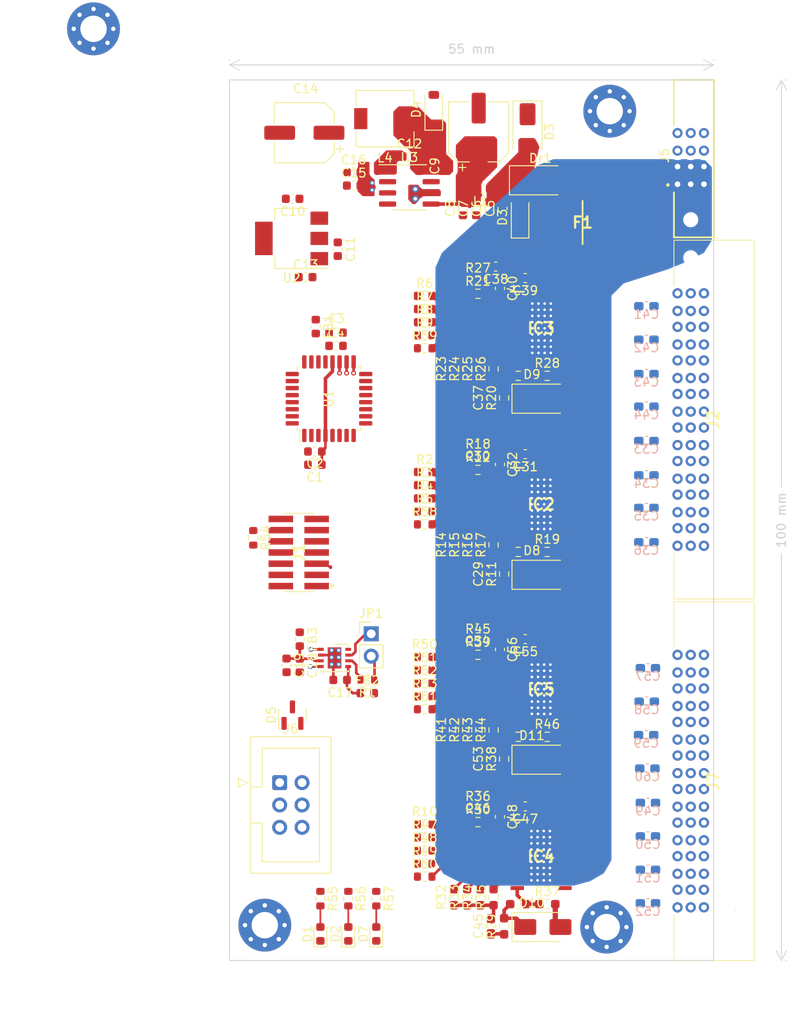
<source format=kicad_pcb>
(kicad_pcb (version 20221018) (generator pcbnew)
  (title_block (rev "${REVISION}") (company "Author:") (comment 1 "Reviewer:"))
  (layers (0 "F.Cu" signal) (1 "In1.Cu" signal) (2 "In2.Cu" signal) (31 "B.Cu" signal) (34 "B.Paste" user) (35 "F.Paste" user) (36 "B.SilkS" user "B.Silkscreen") (37 "F.SilkS" user "F.Silkscreen") (38 "B.Mask" user) (39 "F.Mask" user) (44 "Edge.Cuts" user))
  (property "REVISION" "1.0")
  (net 0 "")
  (net 1 "GND")
  (net 2 "+3.3V")
  (net 3 "/power/SW_L")
  (net 4 "+5V")
  (net 5 "Net-(U5-VIO)")
  (net 6 "/CAN/CAN_VDD")
  (net 7 "/FUSE1_IS")
  (net 8 "CAN_L")
  (net 9 "CAN_H")
  (net 10 "Net-(IC2-GND_1)")
  (net 11 "Net-(IC2-VDD)")
  (net 12 "OUT1_0")
  (net 13 "OUT1_1")
  (net 14 "/battery connection/IC_1/IN0")
  (net 15 "/battery connection/IC_1/IN1")
  (net 16 "/battery connection/IC_1/IN2")
  (net 17 "OUT1_2")
  (net 18 "Net-(IC2-IS)")
  (net 19 "OUT1_3")
  (net 20 "/FUSE2_IS")
  (net 21 "Net-(IC3-GND_1)")
  (net 22 "OUT2_0")
  (net 23 "+BATT")
  (net 24 "OUT2_1")
  (net 25 "Net-(IC3-VDD)")
  (net 26 "OUT2_2")
  (net 27 "/battery connection/IC_2/IN0")
  (net 28 "/battery connection/IC_2/IN1")
  (net 29 "/battery connection/IC_2/IN2")
  (net 30 "OUT2_3")
  (net 31 "Net-(IC3-IS)")
  (net 32 "/FUSE3_IS")
  (net 33 "Net-(IC4-GND_1)")
  (net 34 "OUT3_0")
  (net 35 "OUT3_1")
  (net 36 "OUT3_2")
  (net 37 "Net-(IC4-VDD)")
  (net 38 "OUT3_3")
  (net 39 "/battery connection/IC_3/IN0")
  (net 40 "/battery connection/IC_3/IN1")
  (net 41 "/battery connection/IC_3/IN2")
  (net 42 "/FUSE4_IS")
  (net 43 "Net-(IC4-IS)")
  (net 44 "Net-(IC5-GND_1)")
  (net 45 "OUT4_0")
  (net 46 "OUT4_1")
  (net 47 "OUT4_2")
  (net 48 "OUT4_3")
  (net 49 "Net-(IC5-VDD)")
  (net 50 "/LED1")
  (net 51 "/battery connection/IC_4/IN0")
  (net 52 "/battery connection/IC_4/IN1")
  (net 53 "/battery connection/IC_4/IN2")
  (net 54 "Net-(D1-A)")
  (net 55 "Net-(IC5-IS)")
  (net 56 "/LED2")
  (net 57 "Net-(D2-A)")
  (net 58 "/LED3")
  (net 59 "Net-(D7-A)")
  (net 60 "Net-(JP1-B)")
  (net 64 "/power/VIN")
  (net 65 "Net-(IC2-SO)")
  (net 66 "Net-(IC2-SI)")
  (net 67 "Net-(IC2-SCLK)")
  (net 68 "Net-(IC2-CSN)")
  (net 69 "Net-(IC2-LHI)")
  (net 70 "Net-(IC3-SO)")
  (net 71 "Net-(IC3-SI)")
  (net 72 "Net-(IC3-SCLK)")
  (net 73 "Net-(IC3-CSN)")
  (net 74 "Net-(IC3-LHI)")
  (net 75 "Net-(IC4-SO)")
  (net 76 "Net-(IC4-SI)")
  (net 78 "Net-(IC4-SCLK)")
  (net 79 "Net-(IC4-CSN)")
  (net 80 "Net-(IC4-LHI)")
  (net 81 "Net-(IC5-SO)")
  (net 82 "/CAN_RXD")
  (net 83 "/CAN_TXD")
  (net 84 "ASMS")
  (net 85 "/LHI_1")
  (net 86 "Net-(IC5-SI)")
  (net 87 "Net-(IC5-SCLK)")
  (net 91 "/power/VIN_SW_REG")
  (net 92 "/power/VIN_L")
  (net 93 "Net-(IC5-CSN)")
  (net 94 "Net-(IC5-LHI)")
  (net 95 "/battery connection/IC_1/MISO")
  (net 96 "/SPI1_MOSI")
  (net 97 "/SPI1_SCK")
  (net 98 "/SPI1_NSS")
  (net 99 "/battery connection/IC_2/MISO")
  (net 100 "/battery connection/IC_3/MISO")
  (net 101 "/SPI1_MISO")
  (net 102 "/NRST")
  (net 103 "+3V3")
  (net 104 "/LHI_2")
  (net 105 "Net-(D8-K)")
  (net 106 "Net-(D9-K)")
  (net 107 "Net-(D10-K)")
  (net 108 "Net-(D11-K)")
  (net 109 "/battery connection/IC_1/IN3")
  (net 110 "/battery connection/IC_2/IN3")
  (net 111 "/battery connection/IC_3/IN3")
  (net 112 "/battery connection/IC_4/IN3")
  (net 113 "/SWDIO")
  (net 114 "/SWCLK")
  (net 115 "/USART1_TX")
  (net 116 "/USART1_RX")
  (net 117 "/LHI_3")
  (net 118 "/LHI_4")
  (net 124 "/power/CB")
  (net 125 "/STM_VCC")
  (footprint "Capacitor_SMD:C_0603_1608Metric" (layer "F.Cu") (at 153.02 74.6 90)
    (fp_text reference "C7")
    (fp_text value "100n")
  )
  (footprint "Package_TO_SOT_SMD:SOT-223-3_TabPin2" (layer "F.Cu") (at 132.05 78 180)
    (fp_text reference "U2")
    (fp_text value "LD1117S33TR_SOT223")
  )
  (footprint "Resistor_SMD:R_0603_1608Metric" (layer "F.Cu") (at 147.175 150.475)
    (fp_text reference "R60")
    (fp_text value "4.7k")
  )
  (footprint "Resistor_SMD:R_0603_1608Metric" (layer "F.Cu") (at 138.5 152.975 -90)
    (fp_text reference "R56")
    (fp_text value "330")
  )
  (footprint "Resistor_SMD:R_0603_1608Metric" (layer "F.Cu") (at 127.7 112 -90)
    (fp_text reference "R54")
    (fp_text value "100k")
  )
  (footprint "Diode_SMD:D_SMA" (layer "F.Cu") (at 158.86 65.9 -90)
    (fp_text reference "D3")
    (fp_text value "PESD24VF1BLYL")
  )
  (footprint "Resistor_SMD:R_0603_1608Metric_Pad0.98x0.95mm_HandSolder" (layer "F.Cu") (at 155 112.8125 90)
    (fp_text reference "R17")
    (fp_text value "10k")
  )
  (footprint "Resistor_SMD:R_0603_1608Metric" (layer "F.Cu") (at 147.175 146.025)
    (fp_text reference "R47")
    (fp_text value "1.2k")
  )
  (footprint "Capacitor_SMD:C_0603_1608Metric_Pad1.08x0.95mm_HandSolder" (layer "F.Cu") (at 154.7 116.1125 90)
    (fp_text reference "C29")
    (fp_text value "220p")
  )
  (footprint "Resistor_SMD:R_0603_1608Metric_Pad0.98x0.95mm_HandSolder" (layer "F.Cu") (at 157.8 153.6)
    (fp_text reference "R31" hide)
    (fp_text value "4.7k")
  )
  (footprint "Capacitor_SMD:C_0603_1608Metric" (layer "F.Cu") (at 133.65 82.4)
    (fp_text reference "C13")
    (fp_text value "100n")
  )
  (footprint "Capacitor_SMD:C_0603_1608Metric_Pad1.08x0.95mm_HandSolder" (layer "F.Cu") (at 158.6 102.5 180)
    (fp_text reference "C31")
    (fp_text value "22n")
  )
  (footprint "Diode_SMD:D_SMA" (layer "F.Cu") (at 160.6 137.2)
    (fp_text reference "D11")
    (fp_text value "D_Schottky")
  )
  (footprint "Resistor_SMD:R_0603_1608Metric_Pad0.98x0.95mm_HandSolder" (layer "F.Cu") (at 161.1 113.6)
    (fp_text reference "R19")
    (fp_text value "1.2k")
  )
  (footprint "Package_SO:SOIC-8_3.9x4.9mm_P1.27mm" (layer "F.Cu") (at 145.435 72.195)
    (fp_text reference "U3")
    (fp_text value "LM2675M-5.0/NOPB")
  )
  (footprint "Resistor_SMD:R_0603_1608Metric_Pad0.98x0.95mm_HandSolder" (layer "F.Cu") (at 152 152.8125 90)
    (fp_text reference "R33")
    (fp_text value "10k")
  )
  (footprint "Capacitor_SMD:C_0603_1608Metric_Pad1.08x0.95mm_HandSolder" (layer "F.Cu") (at 155.725 124.675 -90)
    (fp_text reference "C56")
    (fp_text value "470n")
  )
  (footprint "Resistor_SMD:R_0603_1608Metric_Pad0.98x0.95mm_HandSolder" (layer "F.Cu") (at 150.5 152.8125 90)
    (fp_text reference "R32")
    (fp_text value "10k")
  )
  (footprint "Resistor_SMD:R_0603_1608Metric" (layer "F.Cu") (at 141.675 152.975 -90)
    (fp_text reference "R57")
    (fp_text value "330")
  )
  (footprint "Resistor_SMD:R_0603_1608Metric" (layer "F.Cu") (at 147.175 125.525)
    (fp_text reference "R50")
    (fp_text value "1.2k")
  )
  (footprint "proper_8pin:UPT080101LRA" (layer "F.Cu") (at 178.9 153.965 90)
    (fp_text reference "J7")
    (fp_text value "UPT-08-01-01-L-RA" hide)
  )
  (footprint "Package_QFP:LQFP-32_7x7mm_P0.8mm" (layer "F.Cu") (at 136.3 96.2 90)
    (fp_text reference "U1")
    (fp_text value "STM32G0C1KCTxN")
  )
  (footprint "Inductor_SMD:L_6.3x6.3_H3" (layer "F.Cu") (at 142.66 64.4 180)
    (fp_text reference "L4")
    (fp_text value "47u")
  )
  (footprint "Inductor_SMD:L_0603_1608Metric" (layer "F.Cu") (at 153.77 72.35 180)
    (fp_text reference "L1")
    (fp_text value "300n")
  )
  (footprint "Resistor_SMD:R_0603_1608Metric_Pad0.98x0.95mm_HandSolder" (layer "F.Cu") (at 152 92.8125 90)
    (fp_text reference "R24")
    (fp_text value "10k")
  )
  (footprint "Resistor_SMD:R_0603_1608Metric" (layer "F.Cu") (at 135.325 152.975 -90)
    (fp_text reference "R55")
    (fp_text value "330")
  )
  (footprint "Resistor_SMD:R_0603_1608Metric_Pad0.98x0.95mm_HandSolder" (layer "F.Cu") (at 152 112.8125 90)
    (fp_text reference "R15")
    (fp_text value "10k")
  )
  (footprint "Resistor_SMD:R_0603_1608Metric" (layer "F.Cu") (at 147.175 109.0125)
    (fp_text reference "R5")
    (fp_text value "1.2k")
  )
  (footprint "Capacitor_SMD:C_0603_1608Metric_Pad1.08x0.95mm_HandSolder" (layer "F.Cu") (at 154.7 137.1125 90)
    (fp_text reference "C53")
    (fp_text value "220p")
  )
  (footprint "Capacitor_SMD:C_0603_1608Metric" (layer "F.Cu") (at 137.3 79.225 -90)
    (fp_text reference "C11")
    (fp_text value "1u")
  )
  (footprint "Diode_SMD:D_SOD-123" (layer "F.Cu") (at 158.01 75.6 90)
    (fp_text reference "D3")
    (fp_text value "D_Schottky_Small")
  )
  (footprint "Resistor_SMD:R_0603_1608Metric_Pad0.98x0.95mm_HandSolder" (layer "F.Cu") (at 156.2 116.1125 90)
    (fp_text reference "R11")
    (fp_text value "4.7k")
  )
  (footprint "Resistor_SMD:R_0603_1608Metric" (layer "F.Cu") (at 147.175 144.525)
    (fp_text reference "R10")
    (fp_text value "1.2k")
  )
  (footprint "Capacitor_SMD:C_0603_1608Metric" (layer "F.Cu") (at 132.175 73.5 180)
    (fp_text reference "C10")
    (fp_text value "100n")
  )
  (footprint "Resistor_SMD:R_0603_1608Metric" (layer "F.Cu") (at 147.175 130.0125)
    (fp_text reference "R53")
    (fp_text value "1.2k")
  )
  (footprint "Capacitor_SMD:C_0603_1608Metric" (layer "F.Cu") (at 137.57 128.1425 180)
    (fp_text reference "C17")
    (fp_text value "100n")
  )
  (footprint "Capacitor_SMD:C_0603_1608Metric_Pad1.08x0.95mm_HandSolder" (layer "F.Cu") (at 155.2375 81.2 180)
    (fp_text reference "C38")
    (fp_text value "100n")
  )
  (footprint "Resistor_SMD:R_0603_1608Metric" (layer "F.Cu") (at 147.175 90.475)
    (fp_text reference "R59")
    (fp_text value "4.7k")
  )
  (footprint "Resistor_SMD:R_0603_1608Metric" (layer "F.Cu") (at 147.175 107.525)
    (fp_text reference "R4")
    (fp_text value "1.2k")
  )
  (footprint "Resistor_SMD:R_0603_1608Metric_Pad0.98x0.95mm_HandSolder" (layer "F.Cu") (at 156.2 96.1125 90)
    (fp_text reference "R20")
    (fp_text value "4.7k")
  )
  (footprint "Capacitor_SMD:CP_Elec_6.3x5.4" (layer "F.Cu") (at 133.5 66 180)
    (fp_text reference "C14")
    (fp_text value "68u")
  )
  (footprint "Resistor_SMD:R_0603_1608Metric_Pad0.98x0.95mm_HandSolder" (layer "F.Cu") (at 156.2 156.1125 90)
    (fp_text reference "R29")
    (fp_text value "4.7k")
  )
  (footprint "Capacitor_SMD:C_0603_1608Metric_Pad1.08x0.95mm_HandSolder" (layer "F.Cu") (at 154.7 96.1125 90)
    (fp_text reference "C37")
    (fp_text value "220p")
  )
  (footprint "Capacitor_SMD:C_0603_1608Metric_Pad1.08x0.95mm_HandSolder" (layer "F.Cu") (at 155.725 83.675 -90)
    (fp_text reference "C40")
    (fp_text value "470n")
  )
  (footprint "MountingHole:MountingHole_3mm_Pad_Via" (layer "F.Cu") (at 168.2 63.55)
    (fp_text reference "REF**" hide)
    (fp_text value "MountingHole_3mm_Pad_Via")
  )
  (footprint "Resistor_SMD:R_0603_1608Metric_Pad0.98x0.95mm_HandSolder" (layer "F.Cu") (at 152 133.8125 90)
    (fp_text reference "R42")
    (fp_text value "10k")
  )
  (footprint "Capacitor_SMD:C_0603_1608Metric" (layer "F.Cu") (at 156.02 74.6 90)
    (fp_text reference "C5")
    (fp_text value "1u")
  )
  (footprint "2pin:SAMTEC_UPT-02-01-01-X-RA" (layer "F.Cu") (at 177.4 68.94 90)
    (fp_text reference "J5")
    (fp_text value "UPT-02-01-01-X-RA")
  )
  (footprint "Capacitor_SMD:C_0603_1608Metric" (layer "F.Cu") (at 154.52 74.6 90)
    (fp_text reference "C6")
    (fp_text value "10u")
  )
  (footprint "Inductor_SMD:L_0603_1608Metric" (layer "F.Cu") (at 134.7 103.7 180)
    (fp_text reference "C1")
    (fp_text value "100n")
  )
  (footprint "Resistor_SMD:R_0603_1608Metric_Pad0.98x0.95mm_HandSolder" (layer "F.Cu") (at 156.2 137.1125 90)
    (fp_text reference "R38")
    (fp_text value "4.7k")
  )
  (footprint "Resistor_SMD:R_0603_1608Metric_Pad0.98x0.95mm_HandSolder" (layer "F.Cu") (at 150.5 133.8125 90)
    (fp_text reference "R41")
    (fp_text value "10k")
  )
  (footprint "Resistor_SMD:R_0603_1608Metric_Pad0.98x0.95mm_HandSolder" (layer "F.Cu") (at 161.1 93.6)
    (fp_text reference "R28")
    (fp_text value "1.2k")
  )
  (footprint "Resistor_SMD:R_0603_1608Metric_Pad0.98x0.95mm_HandSolder" (layer "F.Cu") (at 153.5 152.8125 90)
    (fp_text reference "R34")
    (fp_text value "10k")
  )
  (footprint "Resistor_SMD:R_0603_1608Metric" (layer "F.Cu") (at 140.65 128.09 180)
    (fp_text reference "R1")
    (fp_text value "120")
  )
  (footprint "Samacsys:SOP65P600X115-25N" (layer "F.Cu") (at 160.4 148.2)
    (fp_text reference "IC4")
    (fp_text value "BTS722204ESAXUMA1" hide)
  )
  (footprint "Capacitor_SMD:C_0603_1608Metric" (layer "F.Cu") (at 132.9825 126.51125 -90)
    (fp_text reference "C18")
    (fp_text value "10uF")
  )
  (footprint "FTSH-107-01-L-DV-K-A:FTSH-107-XX-YYY-DV-K-A" (layer "F.Cu") (at 132.865 113.67 90)
    (fp_text reference "J1")
    (fp_text value "FTSH-107-01-L-DV-K-A" hide)
  )
  (footprint "Diode_SMD:D_SMA" (layer "F.Cu") (at 160.6 116.2)
    (fp_text reference "D8")
    (fp_text value "D_Schottky")
  )
  (footprint "Package_TO_SOT_SMD:SOT-23" (layer "F.Cu") (at 132.15 132.1375 90)
    (fp_text reference "D5")
    (fp_text value "PESD2CAN.215")
  )
  (footprint "Resistor_SMD:R_0603_1608Metric_Pad0.98x0.95mm_HandSolder" (layer "F.Cu") (at 161.1 153.6)
    (fp_text reference "R37")
    (fp_text value "1.2k")
  )
  (footprint "Inductor_SMD:L_0603_1608Metric" (layer "F.Cu") (at 137.1 90.2)
    (fp_text reference "C4")
    (fp_text value "4.7u")
  )
  (footprint "Capacitor_SMD:C_0603_1608Metric_Pad1.08x0.95mm_HandSolder" (layer "F.Cu") (at 155.725 103.675 -90)
    (fp_text reference "C32")
    (fp_text value "470n")
  )
  (footprint "Diode_SMD:D_SMA" (layer "F.Cu") (at 160.31 71.4)
    (fp_text reference "Dr1")
    (fp_text value "SS34ALH")
  )
  (footprint "Resistor_SMD:R_0603_1608Metric" (layer "F.Cu") (at 147.175 87.525)
    (fp_text reference "R8")
    (fp_text value "1.2k")
  )
  (footprint "Samacsys:SOP65P600X115-25N" (layer "F.Cu") (at 160.4 88.2)
    (fp_text reference "IC3")
    (fp_text value "BTS722204ESAXUMA1" hide)
  )
  (footprint "Resistor_SMD:R_0603_1608Metric" (layer "F.Cu") (at 147.175 147.525)
    (fp_text reference "R48")
    (fp_text value "1.2k")
  )
  (footprint "LED_SMD:LED_0603_1608Metric" (layer "F.Cu") (at 135.325 156.985 90)
    (fp_text reference "D1")
    (fp_text value "LED")
  )
  (footprint "MountingHole:MountingHole_3mm_Pad_Via" (layer "F.Cu") (at 129.00901 155.99099)
    (fp_text reference "REF**" hide)
    (fp_text value "MountingHole_3mm_Pad_Via")
  )
  (footprint "Resistor_SMD:R_0603_1608Metric_Pad0.98x0.95mm_HandSolder" (layer "F.Cu") (at 153.225 82.7875)
    (fp_text reference "R27")
    (fp_text value "47")
  )
  (footprint "LED_SMD:LED_0603_1608Metric" (layer "F.Cu") (at 141.675 156.985 90)
    (fp_text reference "D7")
    (fp_text value "LED")
  )
  (footprint "Resistor_SMD:R_0603_1608Metric" (layer "F.Cu") (at 147.175 104.525)
    (fp_text reference "R2")
    (fp_text value "1.2k")
  )
  (footprint "Resistor_SMD:R_0603_1608Metric_Pad0.98x0.95mm_HandSolder" (layer "F.Cu") (at 157.8 93.6)
    (fp_text reference "R22" hide)
    (fp_text value "4.7k")
  )
  (footprint "Resistor_SMD:R_0603_1608Metric" (layer "F.Cu") (at 147.175 89.0125)
    (fp_text reference "R9")
    (fp_text value "1.2k")
  )
  (footprint "Capacitor_SMD:C_0603_1608Metric_Pad1.08x0.95mm_HandSolder" (layer "F.Cu") (at 155.725 143.675 -90)
    (fp_text reference "C48")
    (fp_text value "470n")
  )
  (footprint "Capacitor_SMD:C_0603_1608Metric_Pad1.08x0.95mm_HandSolder" (layer "F.Cu") (at 158.6 82.5 180)
    (fp_text reference "C39")
    (fp_text value "22n")
  )
  (footprint "Diode_SMD:D_SMA" (layer "F.Cu") (at 160.6 96.2)
    (fp_text reference "D9")
    (fp_text value "D_Schottky")
  )
  (footprint "Resistor_SMD:R_0603_1608Metric_Pad0.98x0.95mm_HandSolder" (layer "F.Cu") (at 157.8 134.6)
    (fp_text reference "R40" hide)
    (fp_text value "4.7k")
  )
  (footprint "Inductor_SMD:L_0603_1608Metric" (layer "F.Cu") (at 137.1 88.7)
    (fp_text reference "C3")
    (fp_text value "100n")
  )
  (footprint "Resistor_SMD:R_0603_1608Metric_Pad0.98x0.95mm_HandSolder" (layer "F.Cu") (at 153.225 102.7875)
    (fp_text reference "R18")
    (fp_text value "47")
  )
  (footprint "Diode_SMD:D_SOD-123" (layer "F.Cu") (at 148.21 63.35 90)
    (fp_text reference "D4")
    (fp_text value "D_Schottky_Small")
  )
  (footprint "Capacitor_SMD:CP_Elec_6.3x7.7" (layer "F.Cu") (at 153.31 65.9 90)
    (fp_text reference "C9")
    (fp_text value "100u")
  )
  (footprint "Capacitor_SMD:C_0603_1608Metric_Pad1.08x0.95mm_HandSolder" (layer "F.Cu") (at 153.1625 122.2875 180)
    (fp_text reference "C54")
    (fp_text value "100n")
  )
  (footprint "Package_DFN_QFN:DFN-8-1EP_3x3mm_P0.65mm_EP1.55x2.4mm" (layer "F.Cu") (at 136.9325 125.6425)
    (fp_text reference "U5" hide)
    (fp_text value "MCP2542FDxMF")
  )
  (footprint "Resistor_SMD:R_0603_1608Metric_Pad0.98x0.95mm_HandSolder" (layer "F.Cu") (at 153.5 133.8125 90)
    (fp_text reference "R43")
    (fp_text value "10k")
  )
  (footprint "Resistor_SMD:R_0603_1608Metric" (layer "F.Cu") (at 147.175 110.475)
    (fp_text reference "R58")
    (fp_text value "4.7k")
  )
  (footprint "Connector_IDC:IDC-Header_2x03_P2.54mm_Vertical" (layer "F.Cu") (at 130.7 139.8)
    (fp_text reference "J6")
    (fp_text value "Conn_01x06")
  )
  (footprint "Inductor_SMD:L_0603_1608Metric" (layer "F.Cu") (at 134.8 88.0125 -90)
    (fp_text reference "FB1")
    (fp_text value "FerriteBead_Small")
  )
  (footprint "2920l:FUSC7451X125N" (layer "F.Cu") (at 165.11 76.2)
    (fp_text reference "F1")
    (fp_text value "2920L050_72DR" hide)
  )
  (footprint "Connector_PinHeader_2.54mm:PinHeader_1x02_P2.54mm_Vertical" (layer "F.Cu") (at 141.1 122.9)
    (fp_text reference "JP1")
    (fp_text value "Jumper_2_Bridged")
  )
  (footprint "Resistor_SMD:R_0603_1608Metric" (layer "F.Cu") (at 147.175 106.025)
    (fp_text reference "R3")
    (fp_text value "1.2k")
  )
  (footprint "MountingHole:MountingHole_3mm_Pad_Via" (layer "F.Cu") (at 109.55 54.2)
    (fp_text reference "REF**" hide)
    (fp_text value "MountingHole_3mm_Pad_Via")
  )
  (footprint "Resistor_SMD:R_0603_1608Metric_Pad0.98x0.95mm_HandSolder" (layer "F.Cu") (at 153.225 142.7875)
    (fp_text reference "R36")
    (fp_text value "47")
  )
  (footprint "Resistor_SMD:R_0603_1608Metric_Pad0.98x0.95mm_HandSolder" (layer "F.Cu") (at 155 152.8125 90)
    (fp_text reference "R35")
    (fp_text value "10k")
  )
  (footprint "Samacsys:SOP65P600X115-25N" (layer "F.Cu") (at 160.4 129.2)
    (fp_text reference "IC5")
    (fp_text value "BTS722204ESAXUMA1" hide)
  )
  (footprint "Capacitor_SMD:C_0603_1608Metric" (layer "F.Cu") (at 139.11 70.5)
    (fp_text reference "C16")
    (fp_text value "100n")
  )
  (footprint "Resistor_SMD:R_0603_1608Metric_Pad0.98x0.95mm_HandSolder" (layer "F.Cu") (at 157.8 113.6)
    (fp_text reference "R13" hide)
    (fp_text value "4.7k")
  )
  (footprint "Capacitor_SMD:C_0603_1608Metric" (layer "F.Cu") (at 131.4825 126.48625 -90)
    (fp_text reference "C19")
    (fp_text value "100n")
  )
  (footprint "Resistor_SMD:R_0603_1608Metric" (layer "F.Cu") (at 147.175 127.025)
    (fp_text reference "R51")
    (fp_text value "1.2k")
  )
  (footprint "Capacitor_SMD:C_0603_1608Metric_Pad1.08x0.95mm_HandSolder" (layer "F.Cu") (at 158.6 142.5 180)
    (fp_text reference "C47")
    (fp_text value "22n")
  )
  (footprint "Inductor_SMD:L_0603_1608Metric" (layer "F.Cu") (at 134.7 102.2 180)
    (fp_text reference "C2")
    (fp_text value "4.7u")
  )
  (footprint "Resistor_SMD:R_0603_1608Metric" (layer "F.Cu") (at 147.175 84.525)
    (fp_text reference "R6")
    (fp_text value "1.2k")
  )
  (footprint "Capacitor_SMD:C_0603_1608Metric" (layer "F.Cu") (at 151.52 74.6 90)
    (fp_text reference "C8")
    (fp_text value "100n")
  )
  (footprint "Capacitor_SMD:C_0603_1608Metric" (layer "F.Cu") (at 145.435 68.695)
    (fp_text reference "C12")
    (fp_text value "10n")
  )
  (footprint "Resistor_SMD:R_0603_1608Metric" (layer "F.Cu") (at 147.175 131.475)
    (fp_text reference "R61")
    (fp_text value "4.7k")
  )
  (footprint "Inductor_SMD:L_0603_1608Metric" (layer "F.Cu") (at 140.65 129.6425)
    (fp_text reference "FB2")
    (fp_text value "60R@100MHz" hide)
  )
  (footprint "Capacitor_SMD:C_0603_1608Metric_Pad1.08x0.95mm_HandSolder" (layer "F.Cu") (at 153.1875 101.2875 180)
    (fp_text reference "C30")
    (fp_text value "100n")
  )
  (footprint "Resistor_SMD:R_0603_1608Metric_Pad0.98x0.95mm_HandSolder" (layer "F.Cu") (at 155 92.8125 90)
    (fp_text reference "R26")
    (fp_text value "10k")
  )
  (footprint "Resistor_SMD:R_0603_1608Metric_Pad0.98x0.95mm_HandSolder" (layer "F.Cu") (at 153.225 123.7875)
    (fp_text reference "R45")
    (fp_text value "47")
  )
  (footprint "Resistor_SMD:R_0603_1608Metric" (layer "F.Cu") (at 147.175 128.525)
    (fp_text reference "R52")
    (fp_text value "1.2k")
  )
  (footprint "Capacitor_SMD:C_0603_1608Metric_Pad1.08x0.95mm_HandSolder" (layer "F.Cu") (at 158.6 123.5 180)
    (fp_text reference "C55")
    (fp_text value "22n")
  )
  (footprint "Resistor_SMD:R_0603_1608Metric_Pad0.98x0.95mm_HandSolder" (layer "F.Cu") (at 153.225 125.2875)
    (fp_text reference "R39")
    (fp_text value "470")
  )
  (footprint "Resistor_SMD:R_0603_1608Metric_Pad0.98x0.95mm_HandSolder" (layer "F.Cu") (at 150.5 112.8125 90)
    (fp_text reference "R14")
    (fp_text value "10k")
  )
  (footprint "Resistor_SMD:R_0603_1608Metric_Pad0.98x0.95mm_HandSolder" (layer "F.Cu") (at 153.5 112.8125 90)
    (fp_text reference "R16")
    (fp_text value "10k")
  )
  (footprint "Resistor_SMD:R_0603_1608Metric" (layer "F.Cu") (at 147.175 149.0125)
    (fp_text reference "R49")
    (fp_text value "1.2k")
  )
  (footprint "Resistor_SMD:R_0603_1608Metric_Pad0.98x0.95mm_HandSolder" (layer "F.Cu") (at 153.225 84.2875)
    (fp_text reference "R21")
    (fp_text value "470")
  )
  (footprint "Capacitor_SMD:C_0603_1608Metric_Pad1.08x0.95mm_HandSolder" (layer "F.Cu") (at 154.7 156.1125 90)
    (fp_text reference "C45")
    (fp_text value "220p")
  )
  (footprint "Capacitor_SMD:C_0603_1608Metric" (layer "F.Cu") (at 139.11 72)
    (fp_text reference "C15")
    (fp_text value "1u")
  )
  (footprint "LED_SMD:LED_0603_1608Metric" (layer "F.Cu") (at 138.5 156.985 90)
    (fp_text reference "D2")
    (fp_text value "LED")
  )
  (footprint "Resistor_SMD:R_0603_1608Metric" (layer "F.Cu") (at 147.175 86.025)
    (fp_text reference "R7")
    (fp_text value "1.2k")
  )
  (footprint "Resistor_SMD:R_0603_1608Metric_Pad0.98x0.95mm_HandSolder" (layer "F.Cu") (at 153.225 104.2875)
    (fp_text reference "R12")
    (fp_text value "470")
  )
  (footprint "Capacitor_SMD:C_0603_1608Metric_Pad1.08x0.95mm_HandSolder" (layer "F.Cu") (at 153.2 141.2875 180)
    (fp_text reference "C46")
    (fp_text value "100n")
  )
  (footprint "MountingHole:MountingHole_3mm_Pad_Via" (layer "F.Cu") (at 167.85 156.20901)
    (fp_text reference "REF**" hide)
    (fp_text value "MountingHole_3mm_Pad_Via")
  )
  (footprint "Diode_SMD:D_SMA" (layer "F.Cu") (at 160.6 156.2)
    (fp_text reference "D10")
    (fp_text value "D_Schottky")
  )
  (footprint "Resistor_SMD:R_0603_1608Metric_Pad0.98x0.95mm_HandSolder" (layer "F.Cu") (at 161.1 134.6)
    (fp_text reference "R46")
    (fp_text value "1.2k")
  )
  (footprint "Resistor_SMD:R_0603_1608Metric_Pad0.98x0.95mm_HandSolder" (layer "F.Cu") (at 150.5 92.8125 90)
    (fp_text reference "R23")
    (fp_text value "10k")
  )
  (footprint "Samacsys:SOP65P600X115-25N" (layer "F.Cu") (at 160.4 108.2)
    (fp_text reference "IC2")
    (fp_text value "BTS722204ESAXUMA1" hide)
  )
  (footprint "Resistor_SMD:R_0603_1608Metric_Pad0.98x0.95mm_HandSolder" (layer "F.Cu") (at 153.225 144.2875)
    (fp_text reference "R30")
    (fp_text value "470")
  )
  (footprint "Inductor_SMD:L_0603_1608Metric" (layer "F.Cu") (at 132.9825 123.51125 -90)
    (fp_text reference "FB3")
    (fp_text value "60R@100MHz" hide)
  )
  (footprint "proper_8pin:UPT080101LRA" (layer "F.Cu") (at 178.9 112.905 90)
    (fp_text reference "J2")
    (fp_text value "UPT-08-01-01-L-RA" hide)
  )
  (footprint "Resistor_SMD:R_0603_1608Metric_Pad0.98x0.95mm_HandSolder" (layer "F.Cu") (at 155 133.8125 90)
    (fp_text reference "R44")
    (fp_text value "10k")
  )
  (footprint "Resistor_SMD:R_0603_1608Metric_Pad0.98x0.95mm_HandSolder" (layer "F.Cu") (at 153.5 92.8125 90)
    (fp_text reference "R25")
    (fp_text value "10k")
  )
  (footprint "Capacitor_SMD:C_0603_1608Metric_Pad1.08x0.95mm_HandSolder" (layer "B.Cu") (at 172.3375 134.4)
    (fp_text reference "C59")
    (fp_text value "10n")
  )
  (footprint "Capacitor_SMD:C_0603_1608Metric_Pad1.08x0.95mm_HandSolder" (layer "B.Cu") (at 172.3625 93.4)
    (fp_text reference "C43")
    (fp_text value "10n")
  )
  (footprint "Capacitor_SMD:C_0603_1608Metric_Pad1.08x0.95mm_HandSolder" (layer "B.Cu") (at 172.5375 126.8)
    (fp_text reference "C57")
    (fp_text value "10n")
  )
  (footprint "Capacitor_SMD:C_0603_1608Metric_Pad1.08x0.95mm_HandSolder" (layer "B.Cu") (at 172.3625 85.7)
    (fp_text reference "C41")
    (fp_text value "10n")
  )
  (footprint "Capacitor_SMD:C_0603_1608Metric_Pad1.08x0.95mm_HandSolder" (layer "B.Cu") (at 172.5375 142.1)
    (fp_text reference "C49")
    (fp_text value "10n")
  )
  (footprint "Capacitor_SMD:C_0603_1608Metric_Pad1.08x0.95mm_HandSolder" (layer "B.Cu") (at 172.404166 130.6)
    (fp_text reference "C58")
    (fp_text value "10n")
  )
  (footprint "Capacitor_SMD:C_0603_1608Metric_Pad1.08x0.95mm_HandSolder" (layer "B.Cu") (at 172.3625 89.5)
    (fp_text reference "C42")
    (fp_text value "10n")
  )
  (footprint "Capacitor_SMD:C_0603_1608Metric_Pad1.08x0.95mm_HandSolder" (layer "B.Cu") (at 172.470832 138.2)
    (fp_text reference "C60")
    (fp_text value "10n")
  )
  (footprint "Capacitor_SMD:C_0603_1608Metric_Pad1.08x0.95mm_HandSolder" (layer "B.Cu") (at 172.5375 149.7)
    (fp_text reference "C51")
    (fp_text value "10n")
  )
  (footprint "Capacitor_SMD:C_0603_1608Metric_Pad1.08x0.95mm_HandSolder" (layer "B.Cu") (at 172.3625 97.1)
    (fp_text reference "C44")
    (fp_text value "10n")
  )
  (footprint "Capacitor_SMD:C_0603_1608Metric_Pad1.08x0.95mm_HandSolder" (layer "B.Cu") (at 172.3625 112.5)
    (fp_text reference "C36")
    (fp_text value "10n")
  )
  (footprint "Capacitor_SMD:C_0603_1608Metric_Pad1.08x0.95mm_HandSolder" (layer "B.Cu") (at 172.5375 153.5)
    (fp_text reference "C52")
    (fp_text value "10n")
  )
  (footprint "Capacitor_SMD:C_0603_1608Metric_Pad1.08x0.95mm_HandSolder" (layer "B.Cu") (at 172.5375 145.9)
    (fp_text reference "C50")
    (fp_text value "10n")
  )
  (footprint "Capacitor_SMD:C_0603_1608Metric_Pad1.08x0.95mm_HandSolder" (layer "B.Cu") (at 172.3625 101)
    (fp_text reference "C33")
    (fp_text value "10n")
  )
  (footprint "Capacitor_SMD:C_0603_1608Metric_Pad1.08x0.95mm_HandSolder" (layer "B.Cu") (at 172.3625 108.6)
    (fp_text reference "C35")
    (fp_text value "10n")
  )
  (footprint "Capacitor_SMD:C_0603_1608Metric_Pad1.08x0.95mm_HandSolder" (layer "B.Cu") (at 172.3625 104.9)
    (fp_text reference "C34")
    (fp_text value "10n")
  )
  (gr_rect (start 125 60) (end 180 160) (stroke (width 0.1)) (fill none) (layer "Edge.Cuts"))
  (dimension (type aligned) (layer "Edge.Cuts") (pts (xy 125 58.3) (xy 180 58.3)) (height 0) (gr_text "55 mm" (at 152.5 56.5) (layer "Edge.Cuts") (effects (font (size 1 1) (thickness 0.15)))) (format (prefix "") (suffix "") (units 3) (units_format 1) (precision 4) suppress_zeroes) (style (thickness 0.1) (arrow_length 1.27) (text_position_mode 2) (extension_height 0.58642) (extension_offset 0.5) keep_text_aligned))
  (dimension (type aligned) (layer "Edge.Cuts") (pts (xy 187.7 60) (xy 187.7 160)) (height 0) (gr_text "100 mm" (at 187.7 110 90) (layer "Edge.Cuts") (effects (font (size 1 1) (thickness 0.15)))) (format (prefix "") (suffix "") (units 3) (units_format 1) (precision 4) suppress_zeroes) (style (thickness 0.1) (arrow_length 1.27) (text_position_mode 1) (extension_height 0.58642) (extension_offset 0.5) keep_text_aligned))
  (segment (start 154.7 136.25) (end 154.7 135.025) (width 0.4) (layer "F.Cu") (net 1))
  (segment (start 162.0125 115.6125) (end 162.6 116.2) (width 0.6) (layer "F.Cu") (net 1))
  (segment (start 154.7 114.025) (end 155 113.725) (width 0.4) (layer "F.Cu") (net 1))
  (segment (start 162.0125 134.6) (end 162.0125 136.6125) (width 0.6) (layer "F.Cu") (net 1))
  (segment (start 154.7 115.25) (end 154.7 114.025) (width 0.4) (layer "F.Cu") (net 1))
  (segment (start 153.5 134.725) (end 155 134.725) (width 0.4) (layer "F.Cu") (net 1))
  (segment (start 155 153.725) (end 155 154.95) (width 0.4) (layer "F.Cu") (net 1))
  (segment (start 153.5 93.725) (end 155 93.725) (width 0.4) (layer "F.Cu") (net 1))
  (segment (start 152 93.725) (end 153.5 93.725) (width 0.4) (layer "F.Cu") (net 1))
  (segment (start 155 154.95) (end 154.7 155.25) (width 0.4) (layer "F.Cu") (net 1))
  (segment (start 152 134.725) (end 153.5 134.725) (width 0.4) (layer "F.Cu") (net 1))
  (segment (start 162.0125 153.6) (end 162.0125 155.6125) (width 0.6) (layer "F.Cu") (net 1))
  (segment (start 152 113.725) (end 153.5 113.725) (width 0.4) (layer "F.Cu") (net 1))
  (segment (start 136.4275 115.3) (end 136.4775 115.35) (width 0.4) (layer "F.Cu") (net 1))
  (segment (start 162.0125 95.6125) (end 162.6 96.2) (width 0.6) (layer "F.Cu") (net 1))
  (segment (start 153.5 153.725) (end 155 153.725) (width 0.4) (layer "F.Cu") (net 1))
  (segment (start 150.5 113.725) (end 152 113.725) (width 0.4) (layer "F.Cu") (net 1))
  (segment (start 162.0125 93.6) (end 162.0125 95.6125) (width 0.6) (layer "F.Cu") (net 1))
  (segment (start 154.7 135.025) (end 155 134.725) (width 0.4) (layer "F.Cu") (net 1))
  (segment (start 153.5 113.725) (end 155 113.725) (width 0.4) (layer "F.Cu") (net 1))
  (segment (start 152 153.725) (end 153.5 153.725) (width 0.4) (layer "F.Cu") (net 1))
  (segment (start 136.795 125.78) (end 136.9325 125.6425) (width 0.3) (layer "F.Cu") (net 1))
  (segment (start 154.7 94.025) (end 155 93.725) (width 0.4) (layer "F.Cu") (net 1))
  (segment (start 162.0125 136.6125) (end 162.6 137.2) (width 0.6) (layer "F.Cu") (net 1))
  (segment (start 150.5 93.725) (end 152 93.725) (width 0.4) (layer "F.Cu") (net 1))
  (segment (start 150.5 153.725) (end 152 153.725) (width 0.4) (layer "F.Cu") (net 1))
  (segment (start 136.795 128.1425) (end 136.795 125.78) (width 0.3) (layer "F.Cu") (net 1))
  (segment (start 162.0125 113.6) (end 162.0125 115.6125) (width 0.6) (layer "F.Cu") (net 1))
  (segment (start 135.3825 125.3175) (end 136.6075 125.3175) (width 0.3) (layer "F.Cu") (net 1))
  (segment (start 136.6075 125.3175) (end 136.9325 125.6425) (width 0.3) (layer "F.Cu") (net 1))
  (segment (start 162.0125 155.6125) (end 162.6 156.2) (width 0.6) (layer "F.Cu") (net 1))
  (segment (start 150.5 134.725) (end 152 134.725) (width 0.4) (layer "F.Cu") (net 1))
  (segment (start 154.7 95.25) (end 154.7 94.025) (width 0.4) (layer "F.Cu") (net 1))
  (via (at 136.6 125.575) (size 0.56) (drill 0.3) (layers "F.Cu" "B.Cu") (net 1))
  (via (at 137.4 124.775) (size 0.56) (drill 0.3) (layers "F.Cu" "B.Cu") (net 1))
  (via (at 136.6 124.775) (size 0.56) (drill 0.3) (layers "F.Cu" "B.Cu") (net 1))
  (via (at 146.11 72.4) (size 0.8) (drill 0.4) (layers "F.Cu" "B.Cu") (net 1))
  (via (at 141.21 71.7) (size 0.56) (drill 0.3) (layers "F.Cu" "B.Cu") (net 1))
  (via (at 136.6 126.375) (size 0.56) (drill 0.3) (layers "F.Cu" "B.Cu") (net 1))
  (via (at 141.21 72.5) (size 0.56) (drill 0.3) (layers "F.Cu" "B.Cu") (net 1))
  (via (at 137.4 126.375) (size 0.56) (drill 0.3) (layers "F.Cu" "B.Cu") (net 1))
  (via (at 146.11 73.5) (size 0.8) (drill 0.4) (layers "F.Cu" "B.Cu") (net 1))
  (via (at 137.4 125.575) (size 0.56) (drill 0.3) (layers "F.Cu" "B.Cu") (net 1))
  (segment (start 139.0025 129.6425) (end 138.345 128.985) (width 0.3) (layer "F.Cu") (net 5))
  (segment (start 139.8625 129.6425) (end 139.0025 129.6425) (width 0.3) (layer "F.Cu") (net 5))
  (segment (start 138.4825 126.6175) (end 138.4825 128.005) (width 0.3) (layer "F.Cu") (net 5))
  (segment (start 138.345 128.985) (end 138.345 128.1425) (width 0.3) (layer "F.Cu") (net 5))
  (segment (start 138.4825 128.005) (end 138.345 128.1425) (width 0.2) (layer "F.Cu") (net 5))
  (segment (start 135.3825 125.9675) (end 134.68875 125.9675) (width 0.3) (layer "F.Cu") (net 6))
  (segment (start 134.68875 125.9675) (end 134.4575 125.73625) (width 0.3) (layer "F.Cu") (net 6))
  (segment (start 133.21375 125.9675) (end 132.9825 125.73625) (width 0.3) (layer "F.Cu") (net 6))
  (segment (start 134.4575 125.73625) (end 132.9825 125.73625) (width 0.3) (layer "F.Cu") (net 6))
  (segment (start 131.4825 125.71125) (end 132.9575 125.71125) (width 0.3) (layer "F.Cu") (net 6))
  (segment (start 132.9825 124.29875) (end 132.9825 125.73625) (width 0.3) (layer "F.Cu") (net 6))
  (segment (start 156.15 116.975) (end 156.2 117.025) (width 0.4) (layer "F.Cu") (net 7))
  (segment (start 156.15 117.275) (end 156.2 117.325) (width 0.4) (layer "F.Cu") (net 7))
  (segment (start 154.7 116.975) (end 156.15 116.975) (width 0.4) (layer "F.Cu") (net 7))
  (segment (start 138.9325 125.9675) (end 139.4 126.435) (width 0.3) (layer "F.Cu") (net 8))
  (segment (start 139.825 127.765) (end 139.825 128.09) (width 0.3) (layer "F.Cu") (net 8))
  (segment (start 139.4 127.34) (end 139.825 127.765) (width 0.3) (layer "F.Cu") (net 8))
  (segment (start 138.4825 125.9675) (end 138.9325 125.9675) (width 0.3) (layer "F.Cu") (net 8))
  (segment (start 139.4 126.435) (end 139.4 127.34) (width 0.3) (layer "F.Cu") (net 8))
  (segment (start 138.9325 125.3175) (end 139.3 124.95) (width 0.3) (layer "F.Cu") (net 9))
  (segment (start 139.3 124.075) (end 140.475 122.9) (width 0.3) (layer "F.Cu") (net 9))
  (segment (start 139.3 124.95) (end 139.3 124.075) (width 0.3) (layer "F.Cu") (net 9))
  (segment (start 140.475 122.9) (end 141.1 122.9) (width 0.3) (layer "F.Cu") (net 9))
  (segment (start 138.4825 125.3175) (end 138.9325 125.3175) (width 0.3) (layer "F.Cu") (net 9))
  (segment (start 154.1375 102.7875) (end 155.7 102.7875) (width 0.4) (layer "F.Cu") (net 10))
  (segment (start 155.8755 102.8125) (end 157.688 104.625) (width 0.3) (layer "F.Cu") (net 10))
  (segment (start 157.688 102.5495) (end 157.7375 102.5) (width 0.3) (layer "F.Cu") (net 10))
  (segment (start 157.688 104.625) (end 157.688 102.5495) (width 0.3) (layer "F.Cu") (net 10))
  (segment (start 155.7 102.7875) (end 155.725 102.8125) (width 0.2) (layer "F.Cu") (net 10))
  (segment (start 154 102.65) (end 154.1375 102.7875) (width 0.2) (layer "F.Cu") (net 10))
  (segment (start 155.725 102.8125) (end 155.8755 102.8125) (width 0.3) (layer "F.Cu") (net 10))
  (segment (start 155.475 104.2875) (end 155.725 104.5375) (width 0.2) (layer "F.Cu") (net 11))
  (segment (start 155.8 104.6125) (end 155.725 104.5375) (width 0.2) (layer "F.Cu") (net 11))
  (segment (start 154.1375 104.2875) (end 155.475 104.2875) (width 0.4) (layer "F.Cu") (net 11))
  (segment (start 155.725 104.5375) (end 156.4625 105.275) (width 0.3) (layer "F.Cu") (net 11))
  (segment (start 156.4625 105.275) (end 157.688 105.275) (width 0.3) (layer "F.Cu") (net 11))
  (segment (start 153.225 109.175) (end 150.5 111.9) (width 0.3) (layer "F.Cu") (net 14))
  (segment (start 157.688 109.175) (end 153.225 109.175) (width 0.3) (layer "F.Cu") (net 14))
  (segment (start 157.688 109.825) (end 154.075 109.825) (width 0.3) (layer "F.Cu") (net 15))
  (segment (start 154.075 109.825) (end 152 111.9) (width 0.3) (layer "F.Cu") (net 15))
  (segment (start 157.688 110.475) (end 154.925 110.475) (width 0.3) (layer "F.Cu") (net 16))
  (segment (start 154.925 110.475) (end 153.5 111.9) (width 0.3) (layer "F.Cu") (net 16))
  (segment (start 158.7125 113.6) (end 160.1875 113.6) (width 0.4) (layer "F.Cu") (net 18))
  (segment (start 158.7 113.6) (end 157.688 112.588) (width 0.4) (layer "F.Cu") (net 18))
  (segment (start 158.7125 113.6) (end 158.7 113.6) (width 0.4) (layer "F.Cu") (net 18))
  (segment (start 158.488 113.988) (end 158.5125 114.0125) (width 0.2) (layer "F.Cu") (net 18))
  (segment (start 157.688 112.588) (end 157.688 111.775) (width 0.4) (layer "F.Cu") (net 18))
  (segment (start 154.7 96.975) (end 156.15 96.975) (width 0.4) (layer "F.Cu") (net 20))
  (segment (start 156.15 97.275) (end 156.2 97.325) (width 0.4) (layer "F.Cu") (net 20))
  (segment (start 156.15 96.975) (end 156.2 97.025) (width 0.4) (layer "F.Cu") (net 20))
  (segment (start 155.725 82.8125) (end 155.8755 82.8125) (width 0.3) (layer "F.Cu") (net 21))
  (segment (start 154 82.65) (end 154.1375 82.7875) (width 0.2) (layer "F.Cu") (net 21))
  (segment (start 157.688 82.5495) (end 157.7375 82.5) (width 0.3) (layer "F.Cu") (net 21))
  (segment (start 154.1375 82.7875) (end 155.7 82.7875) (width 0.4) (layer "F.Cu") (net 21))
  (segment (start 155.7 82.7875) (end 155.725 82.8125) (width 0.2) (layer "F.Cu") (net 21))
  (segment (start 157.688 84.625) (end 157.688 82.5495) (width 0.3) (layer "F.Cu") (net 21))
  (segment (start 155.8755 82.8125) (end 157.688 84.625) (width 0.3) (layer "F.Cu") (net 21))
  (via (at 160 149.5) (size 0.56) (drill 0.3) (layers "F.Cu" "B.Cu") (net 23))
  (via (at 160.75 110.3) (size 0.56) (drill 0.3) (layers "F.Cu" "B.Cu") (net 23))
  (via (at 161.4 146.7) (size 0.56) (drill 0.3) (layers "F.Cu" "B.Cu") (net 23))
  (via (at 160.1 86.1) (size 0.56) (drill 0.3) (layers "F.Cu" "B.Cu") (net 23))
  (via (at 160.05 106.8) (size 0.56) (drill 0.3) (layers "F.Cu" "B.Cu") (net 23))
  (via (at 161.5 88.2) (size 0.56) (drill 0.3) (layers "F.Cu" "B.Cu") (net 23))
  (via (at 160.75 111) (size 0.56) (drill 0.3) (layers "F.Cu" "B.Cu") (net 23))
  (via (at 160.05 129.2) (size 0.56) (drill 0.3) (layers "F.Cu" "B.Cu") (net 23))
  (via (at 159.35 107.5) (size 0.56) (drill 0.3) (layers "F.Cu" "B.Cu") (net 23))
  (via (at 160.05 105.4) (size 0.56) (drill 0.3) (layers "F.Cu" "B.Cu") (net 23))
  (via (at 161.45 106.8) (size 0.56) (drill 0.3) (layers "F.Cu" "B.Cu") (net 23))
  (via (at 160.05 128.5) (size 0.56) (drill 0.3) (layers "F.Cu" "B.Cu") (net 23))
  (via (at 159.35 106.1) (size 0.56) (drill 0.3) (layers "F.Cu" "B.Cu") (net 23))
  (via (at 159.3 150.2) (size 0.56) (drill 0.3) (layers "F.Cu" "B.Cu") (net 23))
  (via (at 161.45 131.3) (size 0.56) (drill 0.3) (layers "F.Cu" "B.Cu") (net 23))
  (via (at 159.35 108.2) (size 0.56) (drill 0.3) (layers "F.Cu" "B.Cu") (net 23))
  (via (at 161.45 110.3) (size 0.56) (drill 0.3) (layers "F.Cu" "B.Cu") (net 23))
  (via (at 160 148.8) (size 0.56) (drill 0.3) (layers "F.Cu" "B.Cu") (net 23))
  (via (at 159.3 147.4) (size 0.56) (drill 0.3) (layers "F.Cu" "B.Cu") (net 23))
  (via (at 161.45 130.6) (size 0.56) (drill 0.3) (layers "F.Cu" "B.Cu") (net 23))
  (via (at 161.4 147.4) (size 0.56) (drill 0.3) (layers "F.Cu" "B.Cu") (net 23))
  (via (at 159.4 85.4) (size 0.56) (drill 0.3) (layers "F.Cu" "B.Cu") (net 23))
  (via (at 160.75 132) (size 0.56) (drill 0.3) (layers "F.Cu" "B.Cu") (net 23))
  (via (at 160.7 145.3) (size 0.56) (drill 0.3) (layers "F.Cu" "B.Cu") (net 23))
  (via (at 160 146.7) (size 0.56) (drill 0.3) (layers "F.Cu" "B.Cu") (net 23))
  (via (at 161.45 107.5) (size 0.56) (drill 0.3) (layers "F.Cu" "B.Cu") (net 23))
  (via (at 160.8 86.8) (size 0.56) (drill 0.3) (layers "F.Cu" "B.Cu") (net 23))
  (via (at 161.4 148.1) (size 0.56) (drill 0.3) (layers "F.Cu" "B.Cu") (net 23))
  (via (at 160.8 90.3) (size 0.56) (drill 0.3) (layers "F.Cu" "B.Cu") (net 23))
  (via (at 160 146) (size 0.56) (drill 0.3) (layers "F.Cu" "B.Cu") (net 23))
  (via (at 160.7 150.9) (size 0.56) (drill 0.3) (layers "F.Cu" "B.Cu") (net 23))
  (via (at 160 148.1) (size 0.56) (drill 0.3) (layers "F.Cu" "B.Cu") (net 23))
  (via (at 160.05 107.5) (size 0.56) (drill 0.3) (layers "F.Cu" "B.Cu") (net 23))
  (via (at 160.7 148.8) (size 0.56) (drill 0.3) (layers "F.Cu" "B.Cu") (net 23))
  (via (at 160.7 146.7) (size 0.56) (drill 0.3) (layers "F.Cu" "B.Cu") (net 23))
  (via (at 160.1 90.3) (size 0.56) (drill 0.3) (layers "F.Cu" "B.Cu") (net 23))
  (via (at 159.3 146) (size 0.56) (drill 0.3) (layers "F.Cu" "B.Cu") (net 23))
  (via (at 160.05 110.3) (size 0.56) (drill 0.3) (layers "F.Cu" "B.Cu") (net 23))
  (via (at 160.75 108.2) (size 0.56) (drill 0.3) (layers "F.Cu" "B.Cu") (net 23))
  (via (at 160.7 149.5) (size 0.56) (drill 0.3) (layers "F.Cu" "B.Cu") (net 23))
  (via (at 161.5 88.9) (size 0.56) (drill 0.3) (layers "F.Cu" "B.Cu") (net 23))
  (via (at 161.4 146) (size 0.56) (drill 0.3) (layers "F.Cu" "B.Cu") (net 23))
  (via (at 159.35 105.4) (size 0.56) (drill 0.3) (layers "F.Cu" "B.Cu") (net 23))
  (via (at 160.8 86.1) (size 0.56) (drill 0.3) (layers "F.Cu" "B.Cu") (net 23))
  (via (at 160.05 109.6) (size 0.56) (drill 0.3) (layers "F.Cu" "B.Cu") (net 23))
  (via (at 160.8 87.5) (size 0.56) (drill 0.3) (layers "F.Cu" "B.Cu") (net 23))
  (via (at 160.8 88.2) (size 0.56) (drill 0.3) (layers "F.Cu" "B.Cu") (net 23))
  (via (at 160.75 106.8) (size 0.56) (drill 0.3) (layers "F.Cu" "B.Cu") (net 23))
  (via (at 161.5 86.1) (size 0.56) (drill 0.3) (layers "F.Cu" "B.Cu") (net 23))
  (via (at 161.5 89.6) (size 0.56) (drill 0.3) (layers "F.Cu" "B.Cu") (net 23))
  (via (at 161.45 108.9) (size 0.56) (drill 0.3) (layers "F.Cu" "B.Cu") (net 23))
  (via (at 159.35 131.3) (size 0.56) (drill 0.3) (layers "F.Cu" "B.Cu") (net 23))
  (via (at 160.75 130.6) (size 0.56) (drill 0.3) (layers "F.Cu" "B.Cu") (net 23))
  (via (at 161.45 129.2) (size 0.56) (drill 0.3) (layers "F.Cu" "B.Cu") (net 23))
  (via (at 161.45 111) (size 0.56) (drill 0.3) (layers "F.Cu" "B.Cu") (net 23))
  (via (at 159.3 145.3) (size 0.56) (drill 0.3) (layers "F.Cu" "B.Cu") (net 23))
  (via (at 159.35 129.2) (size 0.56) (drill 0.3) (layers "F.Cu" "B.Cu") (net 23))
  (via (at 161.5 87.5) (size 0.56) (drill 0.3) (layers "F.Cu" "B.Cu") (net 23))
  (via (at 160.8 88.9) (size 0.56) (drill 0.3) (layers "F.Cu" "B.Cu") (net 23))
  (via (at 161.5 86.8) (size 0.56) (drill 0.3) (layers "F.Cu" "B.Cu") (net 23))
  (via (at 161.45 106.1) (size 0.56) (drill 0.3) (layers "F.Cu" "B.Cu") (net 23))
  (via (at 160.05 127.1) (size 0.56) (drill 0.3) (layers "F.Cu" "B.Cu") (net 23))
  (via (at 160.8 85.4) (size 0.56) (drill 0.3) (layers "F.Cu" "B.Cu") (net 23))
  (via (at 160.75 128.5) (size 0.56) (drill 0.3) (layers "F.Cu" "B.Cu") (net 23))
  (via (at 159.4 86.1) (size 0.56) (drill 0.3) (layers "F.Cu" "B.Cu") (net 23))
  (via (at 160.75 129.9) (size 0.56) (drill 0.3) (layers "F.Cu" "B.Cu") (net 23))
  (via (at 161.45 109.6) (size 0.56) (drill 0.3) (layers "F.Cu" "B.Cu") (net 23))
  (via (at 161.4 148.8) (size 0.56) (drill 0.3) (layers "F.Cu" "B.Cu") (net 23))
  (via (at 159.35 128.5) (size 0.56) (drill 0.3) (layers "F.Cu" "B.Cu") (net 23))
  (via (at 160.05 130.6) (size 0.56) (drill 0.3) (layers "F.Cu" "B.Cu") (net 23))
  (via (at 161.5 90.3) (size 0.56) (drill 0.3) (layers "F.Cu" "B.Cu") (net 23))
  (via (at 159.35 130.6) (size 0.56) (drill 0.3) (layers "F.Cu" "B.Cu") (net 23))
  (via (at 159.4 89.6) (size 0.56) (drill 0.3) (layers "F.Cu" "B.Cu") (net 23))
  (via (at 161.5 91) (size 0.56) (drill 0.3) (layers "F.Cu" "B.Cu") (net 23))
  (via (at 160.75 107.5) (size 0.56) (drill 0.3) (layers "F.Cu" "B.Cu") (net 23))
  (via (at 161.45 129.9) (size 0.56) (drill 0.3) (layers "F.Cu" "B.Cu") (net 23))
  (via (at 159.3 148.8) (size 0.56) (drill 0.3) (layers "F.Cu" "B.Cu") (net 23))
  (via (at 160.75 108.9) (size 0.56) (drill 0.3) (layers "F.Cu" "B.Cu") (net 23))
  (via (at 161.45 127.1) (size 0.56) (drill 0.3) (layers "F.Cu" "B.Cu") (net 23))
  (via (at 159.4 91) (size 0.56) (drill 0.3) (layers "F.Cu" "B.Cu") (net 23))
  (via (at 159.35 109.6) (size 0.56) (drill 0.3) (layers "F.Cu" "B.Cu") (net 23))
  (via (at 161.45 132) (size 0.56) (drill 0.3) (layers "F.Cu" "B.Cu") (net 23))
  (via (at 160.05 126.4) (size 0.56) (drill 0.3) (layers "F.Cu" "B.Cu") (net 23))
  (via (at 159.3 150.9) (size 0.56) (drill 0.3) (layers "F.Cu" "B.Cu") (net 23))
  (via (at 160.1 87.5) (size 0.56) (drill 0.3) (layers "F.Cu" "B.Cu") (net 23))
  (via (at 160.7 148.1) (size 0.56) (drill 0.3) (layers "F.Cu" "B.Cu") (net 23))
  (via (at 159.35 111) (size 0.56) (drill 0.3) (layers "F.Cu" "B.Cu") (net 23))
  (via (at 160.75 106.1) (size 0.56) (drill 0.3) (layers "F.Cu" "B.Cu") (net 23))
  (via (at 160 145.3) (size 0.56) (drill 0.3) (layers "F.Cu" "B.Cu") (net 23))
  (via (at 159.4 90.3) (size 0.56) (drill 0.3) (layers "F.Cu" "B.Cu") (net 23))
  (via (at 159.3 146.7) (size 0.56) (drill 0.3) (layers "F.Cu" "B.Cu") (net 23))
  (via (at 159.35 129.9) (size 0.56) (drill 0.3) (layers "F.Cu" "B.Cu") (net 23))
  (via (at 159.4 88.2) (size 0.56) (drill 0.3) (layers "F.Cu" "B.Cu") (net 23))
  (via (at 160.1 88.9) (size 0.56) (drill 0.3) (layers "F.Cu" "B.Cu") (net 23))
  (via (at 161.4 150.9) (size 0.56) (drill 0.3) (layers "F.Cu" "B.Cu") (net 23))
  (via (at 159.35 106.8) (size 0.56) (drill 0.3) (layers "F.Cu" "B.Cu") (net 23))
  (via (at 160 150.9) (size 0.56) (drill 0.3) (layers "F.Cu" "B.Cu") (net 23))
  (via (at 160.05 127.8) (size 0.56) (drill 0.3) (layers "F.Cu" "B.Cu") (net 23))
  (via (at 160.1 91) (size 0.56) (drill 0.3) (layers "F.Cu" "B.Cu") (net 23))
  (via (at 161.45 126.4) (size 0.56) (drill 0.3) (layers "F.Cu" "B.Cu") (net 23))
  (via (at 160.05 129.9) (size 0.56) (drill 0.3) (layers "F.Cu" "B.Cu") (net 23))
  (via (at 161.4 149.5) (size 0.56) (drill 0.3) (layers "F.Cu" "B.Cu") (net 23))
  (via (at 161.5 85.4) (size 0.56) (drill 0.3) (layers "F.Cu" "B.Cu") (net 23))
  (via (at 159.3 149.5) (size 0.56) (drill 0.3) (layers "F.Cu" "B.Cu") (net 23))
  (via (at 160.1 89.6) (size 0.56) (drill 0.3) (layers "F.Cu" "B.Cu") (net 23))
  (via (at 160.1 85.4) (size 0.56) (drill 0.3) (layers "F.Cu" "B.Cu") (net 23))
  (via (at 160.75 131.3) (size 0.56) (drill 0.3) (layers "F.Cu" "B.Cu") (net 23))
  (via (at 160.05 131.3) (size 0.56) (drill 0.3) (layers "F.Cu" "B.Cu") (net 23))
  (via (at 160 147.4) (size 0.56) (drill 0.3) (layers "F.Cu" "B.Cu") (net 23))
  (via (at 159.4 88.9) (size 0.56) (drill 0.3) (layers "F.Cu" "B.Cu") (net 23))
  (via (at 159.35 127.1) (size 0.56) (drill 0.3) (layers "F.Cu" "B.Cu") (net 23))
  (via (at 160.05 111) (size 0.56) (drill 0.3) (layers "F.Cu" "B.Cu") (net 23))
  (via (at 160.05 132) (size 0.56) (drill 0.3) (layers "F.Cu" "B.Cu") (net 23))
  (via (at 160.05 106.1) (size 0.56) (drill 0.3) (layers "F.Cu" "B.Cu") (net 23))
  (via (at 159.35 126.4) (size 0.56) (drill 0.3) (layers "F.Cu" "B.Cu") (net 23))
  (via (at 160.1 86.8) (size 0.56) (drill 0.3) (layers "F.Cu" "B.Cu") (net 23))
  (via (at 161.45 127.8) (size 0.56) (drill 0.3) (layers "F.Cu" "B.Cu") (net 23))
  (via (at 161.45 105.4) (size 0.56) (drill 0.3) (layers "F.Cu" "B.Cu") (net 23))
  (via (at 160.7 150.2) (size 0.56) (drill 0.3) (layers "F.Cu" "B.Cu") (net 23))
  (via (at 159.35 108.9) (size 0.56) (drill 0.3) (layers "F.Cu" "B.Cu") (net 23))
  (via (at 160.8 91) (size 0.56) (drill 0.3) (layers "F.Cu" "B.Cu") (net 23))
  (via (at 161.45 128.5) (size 0.56) (drill 0.3) (layers "F.Cu" "B.Cu") (net 23))
  (via (at 160.7 147.4) (size 0.56) (drill 0.3) (layers "F.Cu" "B.Cu") (net 23))
  (via (at 160.7 146) (size 0.56) (drill 0.3) (layers "F.Cu" "B.Cu") (net 23))
  (via (at 160.75 127.8) (size 0.56) (drill 0.3) (layers "F.Cu" "B.Cu") (net 23))
  (via (at 160.75 129.2) (size 0.56) (drill 0.3) (layers "F.Cu" "B.Cu") (net 23))
  (via (at 161.4 150.2) (size 0.56) (drill 0.3) (layers "F.Cu" "B.Cu") (net 23))
  (via (at 161.45 108.2) (size 0.56) (drill 0.3) (layers "F.Cu" "B.Cu") (net 23))
  (via (at 160.75 126.4) (size 0.56) (drill 0.3) (layers "F.Cu" "B.Cu") (net 23))
  (via (at 160.05 108.2) (size 0.56) (drill 0.3) (layers "F.Cu" "B.Cu") (net 23))
  (via (at 160.75 109.6) (size 0.56) (drill 0.3) (layers "F.Cu" "B.Cu") (net 23))
  (via (at 160.8 89.6) (size 0.56) (drill 0.3) (layers "F.Cu" "B.Cu") (net 23))
  (via (at 160.75 127.1) (size 0.56) (drill 0.3) (layers "F.Cu" "B.Cu") (net 23))
  (via (at 161.4 145.3) (size 0.56) (drill 0.3) (layers "F.Cu" "B.Cu") (net 23))
  (via (at 159.35 127.8) (size 0.56) (drill 0.3) (layers "F.Cu" "B.Cu") (net 23))
  (via (at 159.35 132) (size 0.56) (drill 0.3) (layers "F.Cu" "B.Cu") (net 23))
  (via (at 159.4 86.8) (size 0.56) (drill 0.3) (layers "F.Cu" "B.Cu") (net 23))
  (via (at 160 150.2) (size 0.56) (drill 0.3) (layers "F.Cu" "B.Cu") (net 23))
  (via (at 160.05 108.9) (size 0.56) (drill 0.3) (layers "F.Cu" "B.Cu") (net 23))
  (via (at 159.3 148.1) (size 0.56) (drill 0.3) (layers "F.Cu" "B.Cu") (net 23))
  (via (at 159.35 110.3) (size 0.56) (drill 0.3) (layers "F.Cu" "B.Cu") (net 23))
  (via (at 160.1 88.2) (size 0.56) (drill 0.3) (layers "F.Cu" "B.Cu") (net 23))
  (via (at 159.4 87.5) (size 0.56) (drill 0.3) (layers "F.Cu" "B.Cu") (net 23))
  (via (at 160.75 105.4) (size 0.56) (drill 0.3) (layers "F.Cu" "B.Cu") (net 23))
  (segment (start 155.8 84.6125) (end 155.725 84.5375) (width 0.2) (layer "F.Cu") (net 25))
  (segment (start 154.1375 84.2875) (end 155.475 84.2875) (width 0.4) (layer "F.Cu") (net 25))
  (segment (start 155.475 84.2875) (end 155.725 84.5375) (width 0.2) (layer "F.Cu") (net 25))
  (segment (start 156.4625 85.275) (end 157.688 85.275) (width 0.3) (layer "F.Cu") (net 25))
  (segment (start 155.725 84.5375) (end 156.4625 85.275) (width 0.3) (layer "F.Cu") (net 25))
  (segment (start 153.225 89.175) (end 150.5 91.9) (width 0.3) (layer "F.Cu") (net 27))
  (segment (start 157.688 89.175) (end 153.225 89.175) (width 0.3) (layer "F.Cu") (net 27))
  (segment (start 154.075 89.825) (end 152 91.9) (width 0.3) (layer "F.Cu") (net 28))
  (segment (start 157.688 89.825) (end 154.075 89.825) (width 0.3) (layer "F.Cu") (net 28))
  (segment (start 154.925 90.475) (end 153.5 91.9) (width 0.3) (layer "F.Cu") (net 29))
  (segment (start 157.688 90.475) (end 154.925 90.475) (width 0.3) (layer "F.Cu") (net 29))
  (segment (start 158.7125 93.6) (end 158.7 93.6) (width 0.4) (layer "F.Cu") (net 31))
  (segment (start 157.688 92.588) (end 157.688 91.775) (width 0.4) (layer "F.Cu") (net 31))
  (segment (start 158.7125 93.6) (end 160.1875 93.6) (width 0.4) (layer "F.Cu") (net 31))
  (segment (start 158.7 93.6) (end 157.688 92.588) (width 0.4) (layer "F.Cu") (net 31))
  (segment (start 158.488 93.988) (end 158.5125 94.0125) (width 0.2) (layer "F.Cu") (net 31))
  (segment (start 156.15 156.975) (end 156.2 157.025) (width 0.4) (layer "F.Cu") (net 32))
  (segment (start 156.15 157.275) (end 156.2 157.325) (width 0.4) (layer "F.Cu") (net 32))
  (segment (start 154.7 156.975) (end 156.15 156.975) (width 0.4) (layer "F.Cu") (net 32))
  (segment (start 154.1375 142.7875) (end 155.7 142.7875) (width 0.4) (layer "F.Cu") (net 33))
  (segment (start 155.8755 142.8125) (end 157.688 144.625) (width 0.3) (layer "F.Cu") (net 33))
  (segment (start 155.7 142.7875) (end 155.725 142.8125) (width 0.2) (layer "F.Cu") (net 33))
  (segment (start 157.688 144.625) (end 157.688 142.5495) (width 0.3) (layer "F.Cu") (net 33))
  (segment (start 157.688 142.5495) (end 157.7375 142.5) (width 0.3) (layer "F.Cu") (net 33))
  (segment (start 154 142.65) (end 154.1375 142.7875) (width 0.2) (layer "F.Cu") (net 33))
  (segment (start 155.725 142.8125) (end 155.8755 142.8125) (width 0.3) (layer "F.Cu") (net 33))
  (segment (start 154.1375 144.2875) (end 155.475 144.2875) (width 0.4) (layer "F.Cu") (net 37))
  (segment (start 155.725 144.5375) (end 156.4625 145.275) (width 0.3) (layer "F.Cu") (net 37))
  (segment (start 156.4625 145.275) (end 157.688 145.275) (width 0.3) (layer "F.Cu") (net 37))
  (segment (start 155.8 144.6125) (end 155.725 144.5375) (width 0.2) (layer "F.Cu") (net 37))
  (segment (start 155.475 144.2875) (end 155.725 144.5375) (width 0.2) (layer "F.Cu") (net 37))
  (segment (start 157.688 149.175) (end 153.225 149.175) (width 0.3) (layer "F.Cu") (net 39))
  (segment (start 153.225 149.175) (end 150.5 151.9) (width 0.3) (layer "F.Cu") (net 39))
  (segment (start 154.075 149.825) (end 152 151.9) (width 0.3) (layer "F.Cu") (net 40))
  (segment (start 157.688 149.825) (end 154.075 149.825) (width 0.3) (layer "F.Cu") (net 40))
  (segment (start 157.688 150.475) (end 154.925 150.475) (width 0.3) (layer "F.Cu") (net 41))
  (segment (start 154.925 150.475) (end 153.5 151.9) (width 0.3) (layer "F.Cu") (net 41))
  (segment (start 154.7 137.975) (end 156.15 137.975) (width 0.4) (layer "F.Cu") (net 42))
  (segment (start 156.15 137.975) (end 156.2 138.025) (width 0.4) (layer "F.Cu") (net 42))
  (segment (start 156.15 138.275) (end 156.2 138.325) (width 0.4) (layer "F.Cu") (net 42))
  (segment (start 158.488 153.988) (end 158.5125 154.0125) (width 0.2) (layer "F.Cu") (net 43))
  (segment (start 158.7 153.6) (end 157.688 152.588) (width 0.4) (layer "F.Cu") (net 43))
  (segment (start 157.688 152.588) (end 157.688 151.775) (width 0.4) (layer "F.Cu") (net 43))
  (segment (start 158.7125 153.6) (end 160.1875 153.6) (width 0.4) (layer "F.Cu") (net 43))
  (segment (start 158.7125 153.6) (end 158.7 153.6) (width 0.4) (layer "F.Cu") (net 43))
  (segment (start 154.1375 123.7875) (end 155.7 123.7875) (width 0.4) (layer "F.Cu") (net 44))
  (segment (start 155.8755 123.8125) (end 157.688 125.625) (width 0.3) (layer "F.Cu") (net 44))
  (segment (start 154 123.65) (end 154.1375 123.7875) (width 0.2) (layer "F.Cu") (net 44))
  (segment (start 157.688 123.5495) (end 157.7375 123.5) (width 0.3) (layer "F.Cu") (net 44))
  (segment (start 155.725 123.8125) (end 155.8755 123.8125) (width 0.3) (layer "F.Cu") (net 44))
  (segment (start 157.688 125.625) (end 157.688 123.5495) (width 0.3) (layer "F.Cu") (net 44))
  (segment (start 155.7 123.7875) (end 155.725 123.8125) (width 0.2) (layer "F.Cu") (net 44))
  (segment (start 156.4625 126.275) (end 157.688 126.275) (width 0.3) (layer "F.Cu") (net 49))
  (segment (start 155.725 125.5375) (end 156.4625 126.275) (width 0.3) (layer "F.Cu") (net 49))
  (segment (start 155.8 125.6125) (end 155.725 125.5375) (width 0.2) (layer "F.Cu") (net 49))
  (segment (start 155.475 125.2875) (end 155.725 125.5375) (width 0.2) (layer "F.Cu") (net 49))
  (segment (start 154.1375 125.2875) (end 155.475 125.2875) (width 0.4) (layer "F.Cu") (net 49))
  (segment (start 137.5 93.3) (end 137.5 92.025) (width 0.3) (layer "F.Cu") (net 50))
  (via blind (at 137.5 93.3) (size 0.56) (drill 0.3) (layers "F.Cu" "In1.Cu") (net 50))
  (segment (start 153.225 130.175) (end 150.5 132.9) (width 0.3) (layer "F.Cu") (net 51))
  (segment (start 157.688 130.175) (end 153.225 130.175) (width 0.3) (layer "F.Cu") (net 51))
  (segment (start 154.075 130.825) (end 152 132.9) (width 0.3) (layer "F.Cu") (net 52))
  (segment (start 157.688 130.825) (end 154.075 130.825) (width 0.3) (layer "F.Cu") (net 52))
  (segment (start 157.688 131.475) (end 154.925 131.475) (width 0.3) (layer "F.Cu") (net 53))
  (segment (start 154.925 131.475) (end 153.5 132.9) (width 0.3) (layer "F.Cu") (net 53))
  (segment (start 135.325 153.8) (end 135.325 156.1975) (width 0.2) (layer "F.Cu") (net 54))
  (segment (start 158.488 134.988) (end 158.5125 135.0125) (width 0.2) (layer "F.Cu") (net 55))
  (segment (start 158.7125 134.6) (end 160.1875 134.6) (width 0.4) (layer "F.Cu") (net 55))
  (segment (start 157.688 133.588) (end 157.688 132.775) (width 0.4) (layer "F.Cu") (net 55))
  (segment (start 158.7125 134.6) (end 158.7 134.6) (width 0.4) (layer "F.Cu") (net 55))
  (segment (start 158.7 134.6) (end 157.688 133.588) (width 0.4) (layer "F.Cu") (net 55))
  (segment (start 138.3 93.3) (end 138.3 92.025) (width 0.3) (layer "F.Cu") (net 56))
  (via blind (at 138.3 93.3) (size 0.56) (drill 0.3) (layers "F.Cu" "In1.Cu") (net 56))
  (segment (start 138.5 156.1975) (end 138.5 153.8) (width 0.2) (layer "F.Cu") (net 57))
  (segment (start 139.1 93.3) (end 139.1 92.025) (width 0.3) (layer "F.Cu") (net 58))
  (via blind (at 139.1 93.3) (size 0.56) (drill 0.3) (layers "F.Cu" "In1.Cu") (net 58))
  (segment (start 141.675 156.1975) (end 141.675 153.8) (width 0.2) (layer "F.Cu") (net 59))
  (segment (start 141.475 125.815) (end 141.1 125.44) (width 0.3) (layer "F.Cu") (net 60))
  (segment (start 141.475 128.09) (end 141.475 125.815) (width 0.3) (layer "F.Cu") (net 60))
  (segment (start 149.4 105.925) (end 157.688 105.925) (width 0.3) (layer "F.Cu") (net 65))
  (segment (start 148 104.525) (end 149.4 105.925) (width 0.3) (layer "F.Cu") (net 65))
  (segment (start 148 106.025) (end 148.55 106.575) (width 0.3) (layer "F.Cu") (net 66))
  (segment (start 148.55 106.575) (end 157.688 106.575) (width 0.3) (layer "F.Cu") (net 66))
  (segment (start 148.3 107.225) (end 157.688 107.225) (width 0.3) (layer "F.Cu") (net 67))
  (segment (start 148 107.525) (end 148.3 107.225) (width 0.3) (layer "F.Cu") (net 67))
  (segment (start 149.1375 107.875) (end 157.688 107.875) (width 0.3) (layer "F.Cu") (net 68))
  (segment (start 148 109.0125) (end 149.1375 107.875) (width 0.3) (layer "F.Cu") (net 68))
  (segment (start 148 110.475) (end 149.95 108.525) (width 0.3) (layer "F.Cu") (net 69))
  (segment (start 149.95 108.525) (end 157.688 108.525) (width 0.3) (layer "F.Cu") (net 69))
  (segment (start 148 84.525) (end 149.4 85.925) (width 0.3) (layer "F.Cu") (net 70))
  (segment (start 149.4 85.925) (end 157.688 85.925) (width 0.3) (layer "F.Cu") (net 70))
  (segment (start 148.55 86.575) (end 157.688 86.575) (width 0.3) (layer "F.Cu") (net 71))
  (segment (start 148 86.025) (end 148.55 86.575) (width 0.3) (layer "F.Cu") (net 71))
  (segment (start 148 87.525) (end 148.3 87.225) (width 0.3) (layer "F.Cu") (net 72))
  (segment (start 148.3 87.225) (end 157.688 87.225) (width 0.3) (layer "F.Cu") (net 72))
  (segment (start 149.1375 87.875) (end 157.688 87.875) (width 0.3) (layer "F.Cu") (net 73))
  (segment (start 148 89.0125) (end 149.1375 87.875) (width 0.3) (layer "F.Cu") (net 73))
  (segment (start 149.95 88.525) (end 157.688 88.525) (width 0.3) (layer "F.Cu") (net 74))
  (segment (start 148 90.475) (end 149.95 88.525) (width 0.3) (layer "F.Cu") (net 74))
  (segment (start 148 144.525) (end 149.4 145.925) (width 0.3) (layer "F.Cu") (net 75))
  (segment (start 149.4 145.925) (end 157.688 145.925) (width 0.3) (layer "F.Cu") (net 75))
  (segment (start 148.55 146.575) (end 157.688 146.575) (width 0.3) (layer "F.Cu") (net 76))
  (segment (start 148 146.025) (end 148.55 146.575) (width 0.3) (layer "F.Cu") (net 76))
  (segment (start 148 147.525) (end 148.3 147.225) (width 0.3) (layer "F.Cu") (net 78))
  (segment (start 148.3 147.225) (end 157.688 147.225) (width 0.3) (layer "F.Cu") (net 78))
  (segment (start 148 149.0125) (end 149.1375 147.875) (width 0.3) (layer "F.Cu") (net 79))
  (segment (start 149.1375 147.875) (end 157.688 147.875) (width 0.3) (layer "F.Cu") (net 79))
  (segment (start 148 150.475) (end 149.95 148.525) (width 0.3) (layer "F.Cu") (net 80))
  (segment (start 149.95 148.525) (end 157.688 148.525) (width 0.3) (layer "F.Cu") (net 80))
  (segment (start 148 125.525) (end 149.4 126.925) (width 0.3) (layer "F.Cu") (net 81))
  (segment (start 149.4 126.925) (end 157.688 126.925) (width 0.3) (layer "F.Cu") (net 81))
  (segment (start 134.2075 126.6175) (end 135.1825 126.6175) (width 0.3) (layer "F.Cu") (net 82))
  (segment (start 134.2 126.625) (end 134.2075 126.6175) (width 0.3) (layer "F.Cu") (net 82))
  (via (at 134.2 126.625) (size 0.56) (drill 0.3) (layers "F.Cu" "B.Cu") (net 82))
  (segment (start 134.4575 124.6675) (end 135.3825 124.6675) (width 0.3) (layer "F.Cu") (net 83))
  (segment (start 134.45 124.675) (end 134.4575 124.6675) (width 0.3) (layer "F.Cu") (net 83))
  (via (at 134.25 124.675) (size 0.56) (drill 0.3) (layers "F.Cu" "B.Cu") (net 83))
  (segment (start 148.55 127.575) (end 157.688 127.575) (width 0.3) (layer "F.Cu") (net 86))
  (segment (start 148 127.025) (end 148.55 127.575) (width 0.3) (layer "F.Cu") (net 86))
  (segment (start 148 128.525) (end 148.3 128.225) (width 0.3) (layer "F.Cu") (net 87))
  (segment (start 148.3 128.225) (end 157.688 128.225) (width 0.3) (layer "F.Cu") (net 87))
  (segment (start 151.245 74.1) (end 151.52 73.825) (width 0.4) (layer "F.Cu") (net 91))
  (segment (start 147.91 74.1) (end 151.245 74.1) (width 0.4) (layer "F.Cu") (net 91))
  (segment (start 149.1375 128.875) (end 157.688 128.875) (width 0.3) (layer "F.Cu") (net 93))
  (segment (start 148 130.0125) (end 149.1375 128.875) (width 0.3) (layer "F.Cu") (net 93))
  (segment (start 149.95 129.525) (end 157.688 129.525) (width 0.3) (layer "F.Cu") (net 94))
  (segment (start 148 131.475) (end 149.95 129.525) (width 0.3) (layer "F.Cu") (net 94))
  (segment (start 156.2 115.2) (end 157.6 115.2) (width 0.4) (layer "F.Cu") (net 105))
  (segment (start 156.2 114.2875) (end 156.8875 113.6) (width 0.4) (layer "F.Cu") (net 105))
  (segment (start 157.6 115.2) (end 158.6 116.2) (width 0.4) (layer "F.Cu") (net 105))
  (segment (start 156.2 115.2) (end 156.2 114.2875) (width 0.4) (layer "F.Cu") (net 105))
  (segment (start 157.6 95.2) (end 158.6 96.2) (width 0.4) (layer "F.Cu") (net 106))
  (segment (start 156.2 95.2) (end 157.6 95.2) (width 0.4) (layer "F.Cu") (net 106))
  (segment (start 156.2 95.2) (end 156.2 94.2875) (width 0.4) (layer "F.Cu") (net 106))
  (segment (start 156.2 94.2875) (end 156.8875 93.6) (width 0.4) (layer "F.Cu") (net 106))
  (segment (start 157.6 155.2) (end 158.6 156.2) (width 0.4) (layer "F.Cu") (net 107))
  (segment (start 156.2 154.2875) (end 156.8875 153.6) (width 0.4) (layer "F.Cu") (net 107))
  (segment (start 156.2 155.2) (end 157.6 155.2) (width 0.4) (layer "F.Cu") (net 107))
  (segment (start 156.2 155.2) (end 156.2 154.2875) (width 0.4) (layer "F.Cu") (net 107))
  (segment (start 157.6 136.2) (end 158.6 137.2) (width 0.4) (layer "F.Cu") (net 108))
  (segment (start 156.2 136.2) (end 156.2 135.2875) (width 0.4) (layer "F.Cu") (net 108))
  (segment (start 156.2 135.2875) (end 156.8875 134.6) (width 0.4) (layer "F.Cu") (net 108))
  (segment (start 156.2 136.2) (end 157.6 136.2) (width 0.4) (layer "F.Cu") (net 108))
  (segment (start 157.688 111.125) (end 155.775 111.125) (width 0.3) (layer "F.Cu") (net 109))
  (segment (start 155.775 111.125) (end 155 111.9) (width 0.3) (layer "F.Cu") (net 109))
  (segment (start 155.775 91.125) (end 155 91.9) (width 0.3) (layer "F.Cu") (net 110))
  (segment (start 157.688 91.125) (end 155.775 91.125) (width 0.3) (layer "F.Cu") (net 110))
  (segment (start 155.775 151.125) (end 155 151.9) (width 0.3) (layer "F.Cu") (net 111))
  (segment (start 157.688 151.125) (end 155.775 151.125) (width 0.3) (layer "F.Cu") (net 111))
  (segment (start 155.775 132.125) (end 155 132.9) (width 0.3) (layer "F.Cu") (net 112))
  (segment (start 157.688 132.125) (end 155.775 132.125) (width 0.3) (layer "F.Cu") (net 112))
  (segment (start 135.4875 102.2) (end 135.4875 103.7) (width 0.3) (layer "F.Cu") (net 125))
  (segment (start 136.7 93.1) (end 136.7 92.025) (width 0.4) (layer "F.Cu") (net 125))
  (segment (start 135.9 100.375) (end 135.9 101.7875) (width 0.3) (layer "F.Cu") (net 125))
  (segment (start 135.9 93.9) (end 136.7 93.1) (width 0.4) (layer "F.Cu") (net 125))
  (segment (start 136.6875 92.0125) (end 136.7 92.025) (width 0.3) (layer "F.Cu") (net 125))
  (segment (start 135.9 101.7875) (end 135.4875 102.2) (width 0.3) (layer "F.Cu") (net 125))
  (segment (start 135.9 100.375) (end 135.9 93.9) (width 0.4) (layer "F.Cu") (net 125))
  (zone (net 64) (net_name "/power/VIN") (layer "F.Cu") (priority 1) (connect_pads yes (clearance 0.5)) (min_thickness 0.25) (fill yes (thermal_gap 0.5) (thermal_bridge_width 0.5))
    (polygon (pts (xy 163.91 79.2) (xy 163.91 70.6) (xy 163.31 70) (xy 160.71 70) (xy 159.91 70.8) (xy 159.91 78.6) (xy 160.51 79.2) (xy 163.51 79.2)))
  )
  (zone (net 1) (net_name "GND") (layer "F.Cu") (connect_pads yes (clearance 0.5)) (min_thickness 0.25) (fill yes (thermal_gap 0.5) (thermal_bridge_width 0.5))
    (polygon (pts (xy 141.61 73.2) (xy 141.61 71) (xy 141.51 70.9) (xy 141.190493 70.619507) (xy 141.182944 70.227056) (xy 141.21 69.3) (xy 139.61 69.3) (xy 139.31 69.6) (xy 139.31 72.4) (xy 140.11 73.2) (xy 140.31 73.2)))
  )
  (zone (net 91) (net_name "/power/VIN_SW_REG") (layer "F.Cu") (priority 3) (connect_pads yes (clearance 0.5)) (min_thickness 0.25) (fill yes (thermal_gap 0.5) (thermal_bridge_width 0.5))
    (polygon (pts (xy 153.71 71.6) (xy 155.41 69.9) (xy 155.41 66.7) (xy 155.11 66.4) (xy 151.71 66.4) (xy 150.71 67.4) (xy 150.71 73.79) (xy 151.52 74.6) (xy 153.61 74.6) (xy 153.71 74.5)))
  )
  (zone (net 92) (net_name "/power/VIN_L") (layer "F.Cu") (priority 2) (connect_pads yes (clearance 0.5)) (min_thickness 0.25) (fill yes (thermal_gap 0.5) (thermal_bridge_width 0.5))
    (polygon (pts (xy 158.91 74.6) (xy 157.61 74.6) (xy 156.81 74.6) (xy 156.81 74.4) (xy 154.41 74.4) (xy 154.21 74.2) (xy 154.21 71.8) (xy 157.81 68.2) (xy 157.81 66.8) (xy 158.01 66.6) (xy 159.61 66.6) (xy 159.81 66.8) (xy 160.21 67.6) (xy 159.648183 69.961817) (xy 159.71 73.2) (xy 159.51 73.7)))
  )
  (zone (net 124) (net_name "/power/CB") (layer "F.Cu") (priority 5) (connect_pads yes (clearance 0.5)) (min_thickness 0.25) (fill yes (thermal_gap 0.5) (thermal_bridge_width 0.5))
    (polygon (pts (xy 145.21 69.2) (xy 144.21 69.2) (xy 144.01 69.4) (xy 144.01 70.6) (xy 143.81 70.8) (xy 141.61 70.8) (xy 141.41 70.6) (xy 141.41 69.4) (xy 142.81 68) (xy 145.01 68) (xy 145.21 68.2) (xy 145.21 69)))
  )
  (zone (net 3) (net_name "/power/SW_L") (layer "F.Cu") (priority 6) (connect_pads yes (clearance 0.5)) (min_thickness 0.25) (fill yes (thermal_gap 0.5) (thermal_bridge_width 0.5))
    (polygon (pts (xy 146.41 63) (xy 147.91 64.5) (xy 149.21 64.5) (xy 149.61 64.9) (xy 149.61 68.4) (xy 150.41 69.2) (xy 150.41 70.4) (xy 150.01 70.8) (xy 146.21 70.8) (xy 145.51 70.1) (xy 145.51 68.2) (xy 143.61 66.3) (xy 143.61 63.6) (xy 144.21 63)))
  )
  (zone (net 1) (net_name "GND") (layer "F.Cu") (priority 7) (connect_pads yes (clearance 0.5)) (min_thickness 0.25) (fill yes (thermal_gap 0.5) (thermal_bridge_width 0.5))
    (polygon (pts (xy 146.11 74.1) (xy 147.01 73.2) (xy 148.91 73.2) (xy 149.01 73.1) (xy 149.01 72.6) (xy 148.81 72.4) (xy 146.91 72.4) (xy 146.41 71.9) (xy 145.41 71.9) (xy 145.31 72) (xy 145.31 73.6) (xy 145.81 74.1)))
  )
  (zone (net 23) (net_name "+BATT") (layer "B.Cu") (priority 8) (connect_pads yes (clearance 0.5)) (min_thickness 0.25) (fill yes (thermal_gap 0.5) (thermal_bridge_width 0.5) (smoothing chamfer) (radius 1))
    (polygon (pts (xy 179.9 69) (xy 160.794319 69) (xy 148.394319 80.305681) (xy 148.4 149.7) (xy 151.902012 151.5) (xy 165.094319 151.5) (xy 168.394319 149.6) (xy 168.394319 84.505681) (xy 169.794319 83.105681) (xy 175.710847 81.222209) (xy 179.8 79.2)))
  )
)
</source>
